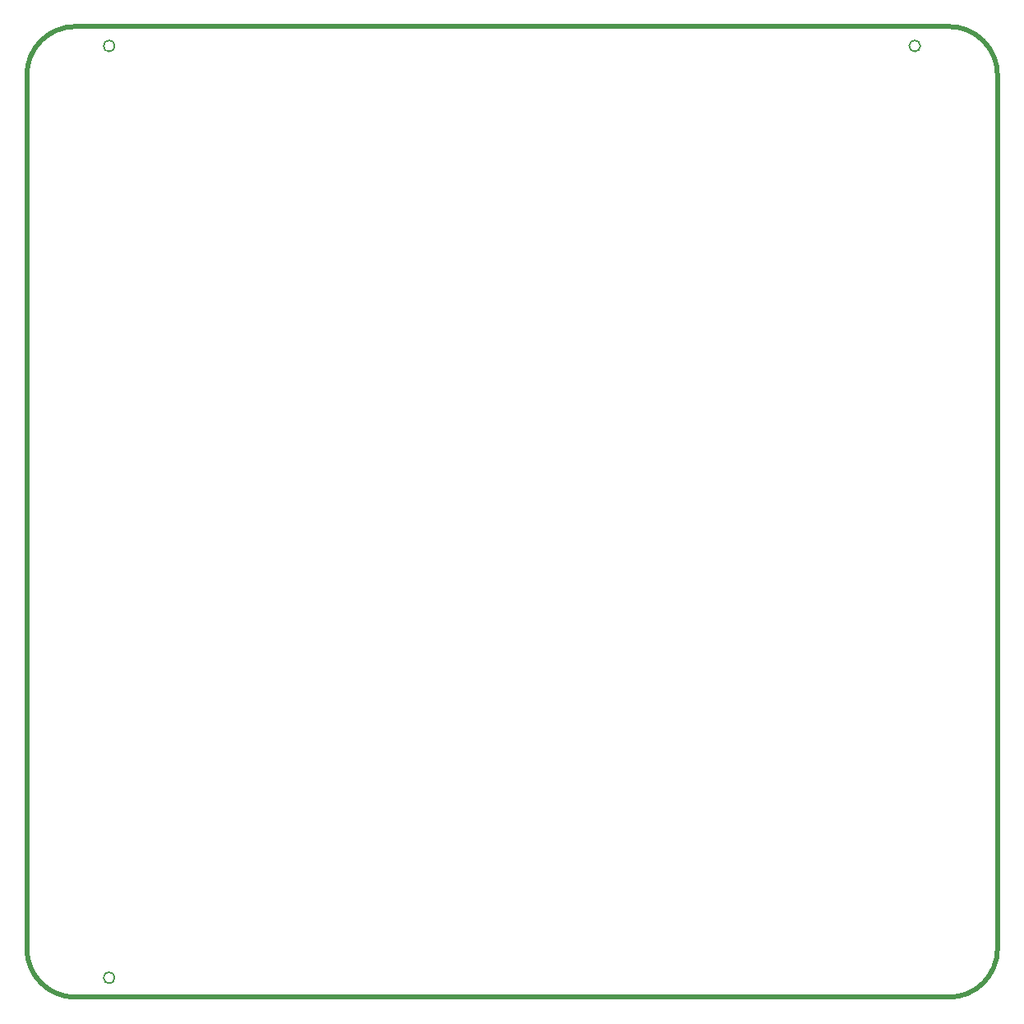
<source format=gm1>
G04 #@! TF.GenerationSoftware,KiCad,Pcbnew,6.0.2+dfsg-1*
G04 #@! TF.CreationDate,2023-06-12T22:06:15+02:00*
G04 #@! TF.ProjectId,Logic_1,4c6f6769-635f-4312-9e6b-696361645f70,rev?*
G04 #@! TF.SameCoordinates,Original*
G04 #@! TF.FileFunction,Profile,NP*
%FSLAX46Y46*%
G04 Gerber Fmt 4.6, Leading zero omitted, Abs format (unit mm)*
G04 Created by KiCad (PCBNEW 6.0.2+dfsg-1) date 2023-06-12 22:06:15*
%MOMM*%
%LPD*%
G01*
G04 APERTURE LIST*
G04 #@! TA.AperFunction,Profile*
%ADD10C,0.500000*%
G04 #@! TD*
G04 #@! TA.AperFunction,Profile*
%ADD11C,0.200000*%
G04 #@! TD*
G04 APERTURE END LIST*
D10*
X235000000Y-145000000D02*
G75*
G03*
X240000000Y-140000000I0J5000000D01*
G01*
X235000000Y-145000000D02*
X145000000Y-145000000D01*
X140000000Y-140000000D02*
X140000000Y-50000000D01*
X145000000Y-45000000D02*
G75*
G03*
X140000000Y-50000000I0J-5000000D01*
G01*
X145000000Y-45000000D02*
X235000000Y-45000000D01*
X240000000Y-50000000D02*
G75*
G03*
X235000000Y-45000000I-5000000J0D01*
G01*
X240000000Y-50000000D02*
X240000000Y-140000000D01*
X140000000Y-140000000D02*
G75*
G03*
X145000000Y-145000000I5000000J0D01*
G01*
D11*
X149056000Y-143000000D02*
G75*
G03*
X149056000Y-143000000I-576000J0D01*
G01*
X149056000Y-47000000D02*
G75*
G03*
X149056000Y-47000000I-576000J0D01*
G01*
X232056000Y-47000000D02*
G75*
G03*
X232056000Y-47000000I-576000J0D01*
G01*
M02*

</source>
